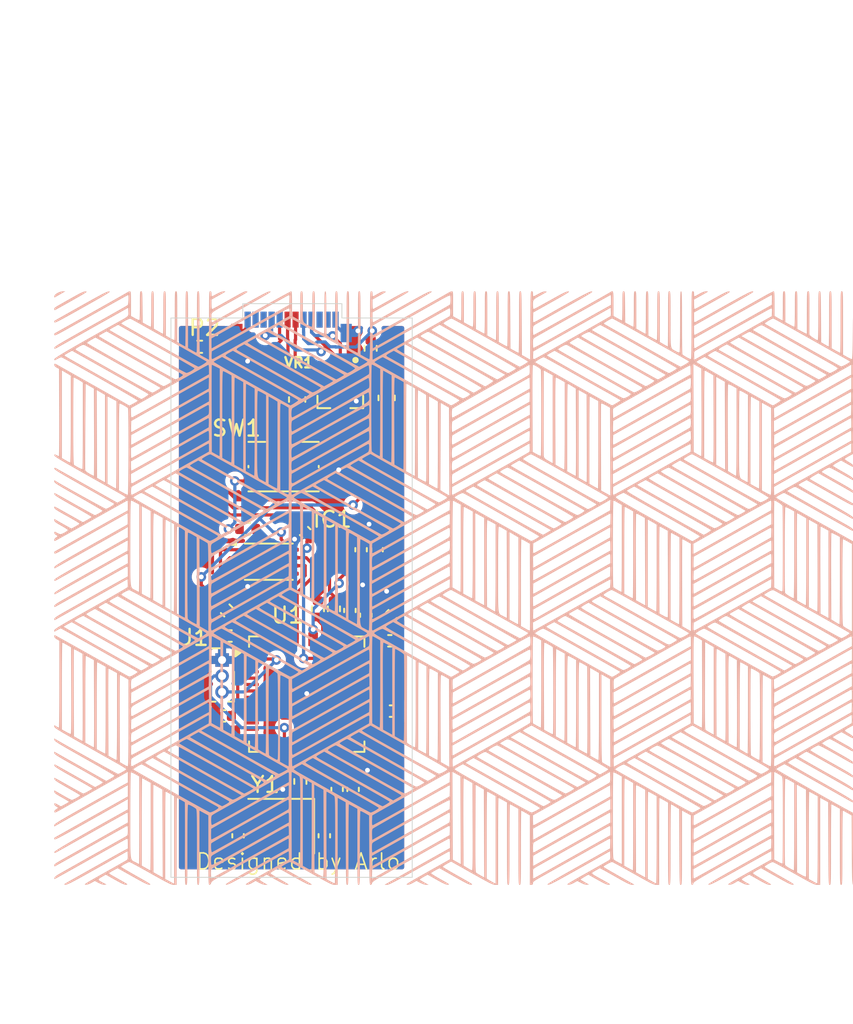
<source format=kicad_pcb>
(kicad_pcb (version 20241229) (generator "pcbnew") (generator_version "9.0")
  (layers (0 "F.Cu" signal) (2 "B.Cu" signal) (13 "F.Paste" user) (15 "B.Paste" user) (5 "F.SilkS" user "F.Silkscreen") (7 "B.SilkS" user "B.Silkscreen") (1 "F.Mask" user) (3 "B.Mask" user) (25 "Edge.Cuts" user))
  (net 0 "")
  (net 1 "GND")
  (net 2 "+3V3")
  (net 3 "+1V1")
  (net 4 "VBUS")
  (net 5 "XIN")
  (net 6 "Net-(C16-Pad2)")
  (net 7 "USB_D-")
  (net 8 "Net-(P2-VCONN)")
  (net 9 "Net-(P2-CC)")
  (net 10 "USB_D+")
  (net 11 "Net-(U1-USB_DP)")
  (net 12 "Net-(U1-USB_DM)")
  (net 13 "XOUT")
  (net 14 "Net-(R6-Pad1)")
  (net 15 "QSPI_SS")
  (net 16 "GPIO15")
  (net 17 "GPIO0")
  (net 18 "QSPI_SD0")
  (net 19 "RUN")
  (net 21 "GPIO7")
  (net 22 "GPIO10")
  (net 23 "GPIO23")
  (net 24 "GPIO12")
  (net 25 "GPIO18")
  (net 26 "GPIO1")
  (net 27 "GPIO2")
  (net 28 "SWD")
  (net 29 "QSPI_SD3")
  (net 30 "GPIO29_ADC3")
  (net 31 "QSPI_SD1")
  (net 32 "GPIO8")
  (net 33 "GPIO28_ADC2")
  (net 34 "GPIO6")
  (net 35 "GPIO3")
  (net 36 "GPIO17")
  (net 37 "GPIO16")
  (net 38 "GPIO14")
  (net 39 "GPIO26_ADC0")
  (net 40 "GPIO21")
  (net 41 "SWCLK")
  (net 42 "GPIO22")
  (net 43 "QSPI_SD2")
  (net 44 "GPIO20")
  (net 45 "GPIO4")
  (net 46 "QSPI_SCLK")
  (net 47 "GPIO5")
  (net 48 "GPIO19")
  (net 49 "GPIO24")
  (net 50 "GPIO13")
  (net 51 "GPIO27_ADC1")
  (net 52 "GPIO11")
  (net 53 "GPIO9")
  (footprint "Package_DFN_QFN:QFN-56-1EP_7x7mm_P0.4mm_EP3.2x3.2mm" (layer "F.Cu") (at 138.2 126.8375)
    (property "Reference" "U1" (at -1.2 -4.9375 0) (layer "F.SilkS"))
    (property "Value" "RP2040")
    (pad "1" smd roundrect (at -3.4375 -2.6) (size 0.875 0.2) (layers "F.Cu" "F.Mask" "F.Paste") (net 2 "+3V3"))
    (pad "2" smd roundrect (at -3.4375 -2.2) (size 0.875 0.2) (layers "F.Cu" "F.Mask" "F.Paste") (net 17 "GPIO0"))
    (pad "3" smd roundrect (at -3.4375 -1.8) (size 0.875 0.2) (layers "F.Cu" "F.Mask" "F.Paste") (net 26 "GPIO1"))
    (pad "4" smd roundrect (at -3.4375 -1.4) (size 0.875 0.2) (layers "F.Cu" "F.Mask" "F.Paste") (net 27 "GPIO2"))
    (pad "5" smd roundrect (at -3.4375 -1) (size 0.875 0.2) (layers "F.Cu" "F.Mask" "F.Paste") (net 35 "GPIO3"))
    (pad "6" smd roundrect (at -3.4375 -0.6) (size 0.875 0.2) (layers "F.Cu" "F.Mask" "F.Paste") (net 45 "GPIO4"))
    (pad "7" smd roundrect (at -3.4375 -0.2) (size 0.875 0.2) (layers "F.Cu" "F.Mask" "F.Paste") (net 47 "GPIO5"))
    (pad "8" smd roundrect (at -3.4375 0.2) (size 0.875 0.2) (layers "F.Cu" "F.Mask" "F.Paste") (net 34 "GPIO6"))
    (pad "9" smd roundrect (at -3.4375 0.6) (size 0.875 0.2) (layers "F.Cu" "F.Mask" "F.Paste") (net 21 "GPIO7"))
    (pad "10" smd roundrect (at -3.4375 1) (size 0.875 0.2) (layers "F.Cu" "F.Mask" "F.Paste") (net 2 "+3V3"))
    (pad "11" smd roundrect (at -3.4375 1.4) (size 0.875 0.2) (layers "F.Cu" "F.Mask" "F.Paste") (net 32 "GPIO8"))
    (pad "12" smd roundrect (at -3.4375 1.8) (size 0.875 0.2) (layers "F.Cu" "F.Mask" "F.Paste") (net 53 "GPIO9"))
    (pad "13" smd roundrect (at -3.4375 2.2) (size 0.875 0.2) (layers "F.Cu" "F.Mask" "F.Paste") (net 22 "GPIO10"))
    (pad "14" smd roundrect (at -3.4375 2.6) (size 0.875 0.2) (layers "F.Cu" "F.Mask" "F.Paste") (net 52 "GPIO11"))
    (pad "15" smd roundrect (at -2.6 3.4375) (size 0.2 0.875) (layers "F.Cu" "F.Mask" "F.Paste") (net 24 "GPIO12"))
    (pad "16" smd roundrect (at -2.2 3.4375) (size 0.2 0.875) (layers "F.Cu" "F.Mask" "F.Paste") (net 50 "GPIO13"))
    (pad "17" smd roundrect (at -1.8 3.4375) (size 0.2 0.875) (layers "F.Cu" "F.Mask" "F.Paste") (net 38 "GPIO14"))
    (pad "18" smd roundrect (at -1.4 3.4375) (size 0.2 0.875) (layers "F.Cu" "F.Mask" "F.Paste") (net 16 "GPIO15"))
    (pad "19" smd roundrect (at -1 3.4375) (size 0.2 0.875) (layers "F.Cu" "F.Mask" "F.Paste") (net 1 "GND"))
    (pad "20" smd roundrect (at -0.6 3.4375) (size 0.2 0.875) (layers "F.Cu" "F.Mask" "F.Paste") (net 5 "XIN"))
    (pad "21" smd roundrect (at -0.2 3.4375) (size 0.2 0.875) (layers "F.Cu" "F.Mask" "F.Paste") (net 13 "XOUT"))
    (pad "22" smd roundrect (at 0.2 3.4375) (size 0.2 0.875) (layers "F.Cu" "F.Mask" "F.Paste") (net 2 "+3V3"))
    (pad "23" smd roundrect (at 0.6 3.4375) (size 0.2 0.875) (layers "F.Cu" "F.Mask" "F.Paste") (net 3 "+1V1"))
    (pad "24" smd roundrect (at 1 3.4375) (size 0.2 0.875) (layers "F.Cu" "F.Mask" "F.Paste") (net 41 "SWCLK"))
    (pad "25" smd roundrect (at 1.4 3.4375) (size 0.2 0.875) (layers "F.Cu" "F.Mask" "F.Paste") (net 28 "SWD"))
    (pad "26" smd roundrect (at 1.8 3.4375) (size 0.2 0.875) (layers "F.Cu" "F.Mask" "F.Paste") (net 19 "RUN"))
    (pad "27" smd roundrect (at 2.2 3.4375) (size 0.2 0.875) (layers "F.Cu" "F.Mask" "F.Paste") (net 37 "GPIO16"))
    (pad "28" smd roundrect (at 2.6 3.4375) (size 0.2 0.875) (layers "F.Cu" "F.Mask" "F.Paste") (net 36 "GPIO17"))
    (pad "29" smd roundrect (at 3.4375 2.6) (size 0.875 0.2) (layers "F.Cu" "F.Mask" "F.Paste") (net 25 "GPIO18"))
    (pad "30" smd roundrect (at 3.4375 2.2) (size 0.875 0.2) (layers "F.Cu" "F.Mask" "F.Paste") (net 48 "GPIO19"))
    (pad "31" smd roundrect (at 3.4375 1.8) (size 0.875 0.2) (layers "F.Cu" "F.Mask" "F.Paste") (net 44 "GPIO20"))
    (pad "32" smd roundrect (at 3.4375 1.4) (size 0.875 0.2) (layers "F.Cu" "F.Mask" "F.Paste") (net 40 "GPIO21"))
    (pad "33" smd roundrect (at 3.4375 1) (size 0.875 0.2) (layers "F.Cu" "F.Mask" "F.Paste") (net 2 "+3V3"))
    (pad "34" smd roundrect (at 3.4375 0.6) (size 0.875 0.2) (layers "F.Cu" "F.Mask" "F.Paste") (net 42 "GPIO22"))
    (pad "35" smd roundrect (at 3.4375 0.2) (size 0.875 0.2) (layers "F.Cu" "F.Mask" "F.Paste") (net 23 "GPIO23"))
    (pad "36" smd roundrect (at 3.4375 -0.2) (size 0.875 0.2) (layers "F.Cu" "F.Mask" "F.Paste") (net 49 "GPIO24"))
    (pad "37" smd roundrect (at 3.4375 -0.6) (size 0.875 0.2) (layers "F.Cu" "F.Mask" "F.Paste"))
    (pad "38" smd roundrect (at 3.4375 -1) (size 0.875 0.2) (layers "F.Cu" "F.Mask" "F.Paste") (net 39 "GPIO26_ADC0"))
    (pad "39" smd roundrect (at 3.4375 -1.4) (size 0.875 0.2) (layers "F.Cu" "F.Mask" "F.Paste") (net 51 "GPIO27_ADC1"))
    (pad "40" smd roundrect (at 3.4375 -1.8) (size 0.875 0.2) (layers "F.Cu" "F.Mask" "F.Paste") (net 33 "GPIO28_ADC2"))
    (pad "41" smd roundrect (at 3.4375 -2.2) (size 0.875 0.2) (layers "F.Cu" "F.Mask" "F.Paste") (net 30 "GPIO29_ADC3"))
    (pad "42" smd roundrect (at 3.4375 -2.6) (size 0.875 0.2) (layers "F.Cu" "F.Mask" "F.Paste") (net 2 "+3V3"))
    (pad "43" smd roundrect (at 2.6 -3.4375) (size 0.2 0.875) (layers "F.Cu" "F.Mask" "F.Paste") (net 2 "+3V3"))
    (pad "44" smd roundrect (at 2.2 -3.4375) (size 0.2 0.875) (layers "F.Cu" "F.Mask" "F.Paste") (net 2 "+3V3"))
    (pad "45" smd roundrect (at 1.8 -3.4375) (size 0.2 0.875) (layers "F.Cu" "F.Mask" "F.Paste") (net 3 "+1V1"))
    (pad "46" smd roundrect (at 1.4 -3.4375) (size 0.2 0.875) (layers "F.Cu" "F.Mask" "F.Paste") (net 12 "Net-(U1-USB_DM)"))
    (pad "47" smd roundrect (at 1 -3.4375) (size 0.2 0.875) (layers "F.Cu" "F.Mask" "F.Paste") (net 11 "Net-(U1-USB_DP)"))
    (pad "48" smd roundrect (at 0.6 -3.4375) (size 0.2 0.875) (layers "F.Cu" "F.Mask" "F.Paste") (net 2 "+3V3"))
    (pad "49" smd roundrect (at 0.2 -3.4375) (size 0.2 0.875) (layers "F.Cu" "F.Mask" "F.Paste") (net 2 "+3V3"))
    (pad "50" smd roundrect (at -0.2 -3.4375) (size 0.2 0.875) (layers "F.Cu" "F.Mask" "F.Paste") (net 3 "+1V1"))
    (pad "51" smd roundrect (at -0.6 -3.4375) (size 0.2 0.875) (layers "F.Cu" "F.Mask" "F.Paste") (net 29 "QSPI_SD3"))
    (pad "52" smd roundrect (at -1 -3.4375) (size 0.2 0.875) (layers "F.Cu" "F.Mask" "F.Paste") (net 46 "QSPI_SCLK"))
    (pad "53" smd roundrect (at -1.4 -3.4375) (size 0.2 0.875) (layers "F.Cu" "F.Mask" "F.Paste") (net 18 "QSPI_SD0"))
    (pad "54" smd roundrect (at -1.8 -3.4375) (size 0.2 0.875) (layers "F.Cu" "F.Mask" "F.Paste") (net 43 "QSPI_SD2"))
    (pad "55" smd roundrect (at -2.2 -3.4375) (size 0.2 0.875) (layers "F.Cu" "F.Mask" "F.Paste") (net 31 "QSPI_SD1"))
    (pad "56" smd roundrect (at -2.6 -3.4375) (size 0.2 0.875) (layers "F.Cu" "F.Mask" "F.Paste") (net 15 "QSPI_SS"))
    (pad "57" smd rect (at 0 0) (size 3.2 3.2) (property pad_prop_heatsink) (layers "F.Cu" "F.Mask") (net 1 "GND"))
  )
  (footprint "Capacitor_SMD:C_0603_1608Metric_Pad1.08x0.95mm_HandSolder" (layer "F.Cu") (at 143.2 108.3 90)
    (property "Reference" "C13" (hide yes))
    (property "Value" "10uF")
    (pad "1" smd roundrect (at -0.862501 0 90) (size 1.075 0.95) (layers "F.Cu" "F.Mask" "F.Paste") (net 4 "VBUS"))
    (pad "2" smd roundrect (at 0.862501 0 90) (size 1.075 0.95) (layers "F.Cu" "F.Mask" "F.Paste") (net 1 "GND"))
  )
  (footprint "Capacitor_SMD:C_0603_1608Metric_Pad1.08x0.95mm_HandSolder" (layer "F.Cu") (at 137.6 108.4 90)
    (property "Reference" "C14" (hide yes))
    (property "Value" "10uF")
    (pad "1" smd roundrect (at -0.862501 0 90) (size 1.075 0.95) (layers "F.Cu" "F.Mask" "F.Paste") (net 2 "+3V3"))
    (pad "2" smd roundrect (at 0.862501 0 90) (size 1.075 0.95) (layers "F.Cu" "F.Mask" "F.Paste") (net 1 "GND"))
  )
  (footprint "Capacitor_SMD:C_0402_1005Metric" (layer "F.Cu") (at 143.5 127.9)
    (property "Reference" "C3" (hide yes))
    (property "Value" "0.1uF")
    (pad "1" smd roundrect (at -0.48 0) (size 0.56 0.62) (layers "F.Cu" "F.Mask" "F.Paste") (net 2 "+3V3"))
    (pad "2" smd roundrect (at 0.48 0) (size 0.56 0.62) (layers "F.Cu" "F.Mask" "F.Paste") (net 1 "GND"))
  )
  (footprint "Capacitor_SMD:C_0402_1005Metric" (layer "F.Cu") (at 140.9 121.6 90)
    (property "Reference" "C11" (hide yes))
    (property "Value" "0.1uF")
    (pad "1" smd roundrect (at -0.48 0 90) (size 0.56 0.62) (layers "F.Cu" "F.Mask" "F.Paste") (net 3 "+1V1"))
    (pad "2" smd roundrect (at 0.48 0 90) (size 0.56 0.62) (layers "F.Cu" "F.Mask" "F.Paste") (net 1 "GND"))
  )
  (footprint "Capacitor_SMD:C_0402_1005Metric" (layer "F.Cu") (at 138.1 116.7 135)
    (property "Reference" "C12" (hide yes))
    (property "Value" "1uF")
    (pad "1" smd roundrect (at -0.48 0 135) (size 0.56 0.62) (layers "F.Cu" "F.Mask" "F.Paste") (net 3 "+1V1"))
    (pad "2" smd roundrect (at 0.48 0 135) (size 0.56 0.62) (layers "F.Cu" "F.Mask" "F.Paste") (net 1 "GND"))
  )
  (footprint "Resistor_SMD:R_0402_1005Metric" (layer "F.Cu") (at 138.9 121.5 -90)
    (property "Reference" "R3" (hide yes))
    (property "Value" "27")
    (pad "1" smd roundrect (at -0.509999 0 270) (size 0.54 0.64) (layers "F.Cu" "F.Mask" "F.Paste") (net 10 "USB_D+"))
    (pad "2" smd roundrect (at 0.509999 0 270) (size 0.54 0.64) (layers "F.Cu" "F.Mask" "F.Paste") (net 11 "Net-(U1-USB_DP)"))
  )
  (footprint "Connector_USB:USB_C_Plug_Molex_105444" (layer "F.Cu") (at 137.25 103.36)
    (property "Reference" "P2" (at -5.45 0.54 0) (layer "F.SilkS"))
    (property "Value" "USB_C_Plug_USB2.0")
    (pad "A1" smd rect (at -2.75 0.04) (size 0.38 1) (layers "F.Cu" "F.Mask" "F.Paste") (net 1 "GND"))
    (pad "A2" smd rect (at -2.25 0.04) (size 0.38 1) (layers "F.Cu" "F.Mask" "F.Paste"))
    (pad "A3" smd rect (at -1.75 0.04) (size 0.38 1) (layers "F.Cu" "F.Mask" "F.Paste"))
    (pad "A4" smd rect (at -1.25 0.04) (size 0.38 1) (layers "F.Cu" "F.Mask" "F.Paste") (net 4 "VBUS"))
    (pad "A5" smd rect (at -0.75 0.04) (size 0.38 1) (layers "F.Cu" "F.Mask" "F.Paste") (net 9 "Net-(P2-CC)"))
    (pad "A6" smd rect (at -0.25 0.04) (size 0.38 1) (layers "F.Cu" "F.Mask" "F.Paste") (net 10 "USB_D+"))
    (pad "A7" smd rect (at 0.25 0.04) (size 0.38 1) (layers "F.Cu" "F.Mask" "F.Paste") (net 7 "USB_D-"))
    (pad "A8" smd rect (at 0.75 0.04) (size 0.38 1) (layers "F.Cu" "F.Mask" "F.Paste"))
    (pad "A9" smd rect (at 1.25 0.04) (size 0.38 1) (layers "F.Cu" "F.Mask" "F.Paste") (net 4 "VBUS"))
    (pad "A10" smd rect (at 1.75 0.04) (size 0.38 1) (layers "F.Cu" "F.Mask" "F.Paste"))
    (pad "A11" smd rect (at 2.25 0.04) (size 0.38 1) (layers "F.Cu" "F.Mask" "F.Paste"))
    (pad "A12" smd rect (at 2.75 0.04) (size 0.38 1) (layers "F.Cu" "F.Mask" "F.Paste") (net 1 "GND"))
    (pad "B1" smd rect (at 2.75 0.04) (size 0.38 1) (layers "B.Cu" "B.Mask" "B.Paste") (net 1 "GND"))
    (pad "B2" smd rect (at 2.25 0.04) (size 0.38 1) (layers "B.Cu" "B.Mask" "B.Paste"))
    (pad "B3" smd rect (at 1.75 0.04) (size 0.38 1) (layers "B.Cu" "B.Mask" "B.Paste"))
    (pad "B4" smd rect (at 1.25 0.04) (size 0.38 1) (layers "B.Cu" "B.Mask" "B.Paste") (net 4 "VBUS"))
    (pad "B5" smd rect (at 0.75 0.04) (size 0.38 1) (layers "B.Cu" "B.Mask" "B.Paste") (net 8 "Net-(P2-VCONN)"))
    (pad "B8" smd rect (at -0.75 0.04) (size 0.38 1) (layers "B.Cu" "B.Mask" "B.Paste"))
    (pad "B9" smd rect (at -1.25 0.04) (size 0.38 1) (layers "B.Cu" "B.Mask" "B.Paste") (net 4 "VBUS"))
    (pad "B10" smd rect (at -1.75 0.04) (size 0.38 1) (layers "B.Cu" "B.Mask" "B.Paste"))
    (pad "B11" smd rect (at -2.25 0.04) (size 0.38 1) (layers "B.Cu" "B.Mask" "B.Paste"))
    (pad "B12" smd rect (at -2.75 0.04) (size 0.38 1) (layers "B.Cu" "B.Mask" "B.Paste") (net 1 "GND"))
    (pad "S1" smd rect (at -3.42 0.88) (size 0.7 1.15) (layers "F.Cu" "F.Mask" "F.Paste") (net 1 "GND"))
    (pad "S1" smd rect (at 3.42 0.88) (size 0.7 1.15) (layers "B.Cu" "B.Mask" "B.Paste") (net 1 "GND"))
  )
  (footprint "Resistor_SMD:R_0402_1005Metric" (layer "F.Cu") (at 134.5 116.5)
    (property "Reference" "R6" (hide yes))
    (property "Value" "1K")
    (pad "1" smd roundrect (at -0.509999 0) (size 0.54 0.64) (layers "F.Cu" "F.Mask" "F.Paste") (net 14 "Net-(R6-Pad1)"))
    (pad "2" smd roundrect (at 0.509999 0) (size 0.54 0.64) (layers "F.Cu" "F.Mask" "F.Paste") (net 15 "QSPI_SS"))
  )
  (footprint "Capacitor_SMD:C_0402_1005Metric" (layer "F.Cu") (at 143.4 123.5)
    (property "Reference" "C2" (hide yes))
    (property "Value" "0.1uF")
    (pad "1" smd roundrect (at -0.48 0) (size 0.56 0.62) (layers "F.Cu" "F.Mask" "F.Paste") (net 2 "+3V3"))
    (pad "2" smd roundrect (at 0.48 0) (size 0.56 0.62) (layers "F.Cu" "F.Mask" "F.Paste") (net 1 "GND"))
  )
  (footprint "Resistor_SMD:R_0402_1005Metric" (layer "F.Cu") (at 139.9 121.5 -90)
    (property "Reference" "R4" (hide yes))
    (property "Value" "27")
    (pad "1" smd roundrect (at -0.509999 0 270) (size 0.54 0.64) (layers "F.Cu" "F.Mask" "F.Paste") (net 7 "USB_D-"))
    (pad "2" smd roundrect (at 0.509999 0 270) (size 0.54 0.64) (layers "F.Cu" "F.Mask" "F.Paste") (net 12 "Net-(U1-USB_DM)"))
  )
  (footprint "Capacitor_SMD:C_0402_1005Metric" (layer "F.Cu") (at 141.9 121.9 90)
    (property "Reference" "C9" (hide yes))
    (property "Value" "1uF")
    (pad "1" smd roundrect (at -0.48 0 90) (size 0.56 0.62) (layers "F.Cu" "F.Mask" "F.Paste") (net 2 "+3V3"))
    (pad "2" smd roundrect (at 0.48 0 90) (size 0.56 0.62) (layers "F.Cu" "F.Mask" "F.Paste") (net 1 "GND"))
  )
  (footprint "Crystal:Crystal_SMD_3225-4Pin_3.2x2.5mm" (layer "F.Cu") (at 136.6 135.1 180)
    (property "Reference" "Y1" (at 1 2.6 0) (layer "F.SilkS"))
    (property "Value" "12 MHz")
    (pad "1" smd roundrect (at -1.1 0.85 180) (size 1.4 1.2) (layers "F.Cu" "F.Mask" "F.Paste") (roundrect_rratio 0.208333) (net 1 "GND"))
    (pad "2" smd roundrect (at 1.1 0.85 180) (size 1.4 1.2) (layers "F.Cu" "F.Mask" "F.Paste") (roundrect_rratio 0.208333) (net 5 "XIN"))
    (pad "3" smd roundrect (at 1.1 -0.85 180) (size 1.4 1.2) (layers "F.Cu" "F.Mask" "F.Paste") (roundrect_rratio 0.208333) (net 1 "GND"))
    (pad "4" smd roundrect (at -1.1 -0.85 180) (size 1.4 1.2) (layers "F.Cu" "F.Mask" "F.Paste") (roundrect_rratio 0.208333) (net 6 "Net-(C16-Pad2)"))
  )
  (footprint "Resistor_SMD:R_0402_1005Metric" (layer "F.Cu") (at 131.5 105.1 180)
    (property "Reference" "R1" (hide yes))
    (property "Value" "5.1K")
    (pad "1" smd roundrect (at -0.509999 0 180) (size 0.54 0.64) (layers "F.Cu" "F.Mask" "F.Paste") (net 9 "Net-(P2-CC)"))
    (pad "2" smd roundrect (at 0.509999 0 180) (size 0.54 0.64) (layers "F.Cu" "F.Mask" "F.Paste") (net 1 "GND"))
  )
  (footprint "Connector_PinHeader_1.00mm:PinHeader_1x03_P1.00mm_Vertical" (layer "F.Cu") (at 132.9 124.7)
    (property "Reference" "J1" (at -1.7 -1.4 0) (layer "F.SilkS"))
    (property "Value" "Conn_01x03")
    (pad "1" thru_hole rect (at 0 0) (size 0.85 0.85) (drill 0.5) (layers "*.Cu" "*.Mask") (net 1 "GND"))
    (pad "2" thru_hole circle (at 0 1) (size 0.85 0.85) (drill 0.5) (layers "*.Cu" "*.Mask") (net 16 "GPIO15"))
    (pad "3" thru_hole circle (at 0 2.000001) (size 0.85 0.85) (drill 0.5) (layers "*.Cu" "*.Mask") (net 17 "GPIO0"))
  )
  (footprint "MPC:SOT95P237X112-3N" (layer "F.Cu") (at 140.3 108.3 -90)
    (property "Reference" "VR1" (at -2.2 2.6 180) (layer "F.SilkS") (effects (font (size 0.64 0.64))))
    (property "Value" "MCP1700T-3302E_TT")
    (pad "1" smd roundrect (at -1.065 -0.95 270) (size 1.22 0.62) (layers "F.Cu" "F.Mask" "F.Paste") (roundrect_rratio 0.125) (net 1 "GND"))
    (pad "2" smd roundrect (at -1.065 0.95 270) (size 1.22 0.62) (layers "F.Cu" "F.Mask" "F.Paste") (roundrect_rratio 0.125) (net 2 "+3V3"))
    (pad "3" smd roundrect (at 1.065 0 270) (size 1.22 0.62) (layers "F.Cu" "F.Mask" "F.Paste") (roundrect_rratio 0.125) (net 4 "VBUS"))
  )
  (footprint "flash13:Winbond_USON-8-1EP_3x2mm_P0.5mm_EP0.2x1.6mm" (layer "F.Cu") (at 135.825 118.55)
    (property "Reference" "IC1" (at 3.975 -2.65 0) (layer "F.SilkS"))
    (property "Value" "W25Q16JVZPIQ_TR")
    (pad "1" smd roundrect (at -1.425 -0.75) (size 0.9 0.25) (layers "F.Cu" "F.Mask" "F.Paste") (net 15 "QSPI_SS"))
    (pad "2" smd roundrect (at -1.425 -0.25) (size 0.9 0.25) (layers "F.Cu" "F.Mask" "F.Paste") (net 31 "QSPI_SD1"))
    (pad "3" smd roundrect (at -1.425 0.25) (size 0.9 0.25) (layers "F.Cu" "F.Mask" "F.Paste") (net 43 "QSPI_SD2"))
    (pad "4" smd roundrect (at -1.425 0.75) (size 0.9 0.25) (layers "F.Cu" "F.Mask" "F.Paste") (net 1 "GND"))
    (pad "5" smd roundrect (at 1.425 0.75) (size 0.9 0.25) (layers "F.Cu" "F.Mask" "F.Paste") (net 18 "QSPI_SD0"))
    (pad "6" smd roundrect (at 1.425 0.25) (size 0.9 0.25) (layers "F.Cu" "F.Mask" "F.Paste") (net 46 "QSPI_SCLK"))
    (pad "7" smd roundrect (at 1.425 -0.25) (size 0.9 0.25) (layers "F.Cu" "F.Mask" "F.Paste") (net 29 "QSPI_SD3"))
    (pad "8" smd roundrect (at 1.425 -0.75) (size 0.9 0.25) (layers "F.Cu" "F.Mask" "F.Paste") (net 2 "+3V3"))
    (pad "9" smd rect (at 0 0) (size 0.2 1.6) (property pad_prop_heatsink) (layers "F.Cu" "F.Mask"))
  )
  (footprint "Capacitor_SMD:C_0402_1005Metric" (layer "F.Cu") (at 133 128.2 180)
    (property "Reference" "C4" (hide yes))
    (property "Value" "0.1uF")
    (pad "1" smd roundrect (at -0.48 0 180) (size 0.56 0.62) (layers "F.Cu" "F.Mask" "F.Paste") (net 2 "+3V3"))
    (pad "2" smd roundrect (at 0.48 0 180) (size 0.56 0.62) (layers "F.Cu" "F.Mask" "F.Paste") (net 1 "GND"))
  )
  (footprint "Resistor_SMD:R_0402_1005Metric" (layer "F.Cu") (at 133.2 121.6 135)
    (property "Reference" "R7" (hide yes))
    (property "Value" "10K")
    (pad "1" smd roundrect (at -0.509999 0 135) (size 0.54 0.64) (layers "F.Cu" "F.Mask" "F.Paste") (net 15 "QSPI_SS"))
    (pad "2" smd roundrect (at 0.509999 0 135) (size 0.54 0.64) (layers "F.Cu" "F.Mask" "F.Paste") (net 2 "+3V3"))
  )
  (footprint "Capacitor_SMD:C_0402_1005Metric" (layer "F.Cu") (at 143.5 121.9 45)
    (property "Reference" "C6" (hide yes))
    (property "Value" "0.1uF")
    (pad "1" smd roundrect (at -0.48 0 45) (size 0.56 0.62) (layers "F.Cu" "F.Mask" "F.Paste") (net 2 "+3V3"))
    (pad "2" smd roundrect (at 0.48 0 45) (size 0.56 0.62) (layers "F.Cu" "F.Mask" "F.Paste") (net 1 "GND"))
  )
  (footprint "Capacitor_SMD:C_0402_1005Metric" (layer "F.Cu") (at 139.3 135.7 -90)
    (property "Reference" "C16" (hide yes))
    (property "Value" "15pF")
    (pad "1" smd roundrect (at -0.48 0 270) (size 0.56 0.62) (layers "F.Cu" "F.Mask" "F.Paste") (net 1 "GND"))
    (pad "2" smd roundrect (at 0.48 0 270) (size 0.56 0.62) (layers "F.Cu" "F.Mask" "F.Paste") (net 6 "Net-(C16-Pad2)"))
  )
  (footprint "Capacitor_SMD:C_0402_1005Metric" (layer "F.Cu") (at 133.4 123.2 180)
    (property "Reference" "C8" (hide yes))
    (property "Value" "0.1uF")
    (pad "1" smd roundrect (at -0.48 0 180) (size 0.56 0.62) (layers "F.Cu" "F.Mask" "F.Paste") (net 2 "+3V3"))
    (pad "2" smd roundrect (at 0.48 0 180) (size 0.56 0.62) (layers "F.Cu" "F.Mask" "F.Paste") (net 1 "GND"))
  )
  (footprint "Capacitor_SMD:C_0402_1005Metric" (layer "F.Cu") (at 133.9 135.7 90)
    (property "Reference" "C15" (hide yes))
    (property "Value" "15pF")
    (pad "1" smd roundrect (at -0.48 0 90) (size 0.56 0.62) (layers "F.Cu" "F.Mask" "F.Paste") (net 1 "GND"))
    (pad "2" smd roundrect (at 0.48 0 90) (size 0.56 0.62) (layers "F.Cu" "F.Mask" "F.Paste") (net 5 "XIN"))
  )
  (footprint "Capacitor_SMD:C_0402_1005Metric" (layer "F.Cu") (at 141.6 117.8 90)
    (property "Reference" "C7" (hide yes))
    (property "Value" "0.1uF")
    (pad "1" smd roundrect (at -0.48 0 90) (size 0.56 0.62) (layers "F.Cu" "F.Mask" "F.Paste") (net 2 "+3V3"))
    (pad "2" smd roundrect (at 0.48 0 90) (size 0.56 0.62) (layers "F.Cu" "F.Mask" "F.Paste") (net 1 "GND"))
  )
  (footprint "Resistor_SMD:R_0402_1005Metric" (layer "F.Cu") (at 142.2 105.2 -90)
    (property "Reference" "R2" (hide yes))
    (property "Value" "5.1K")
    (pad "1" smd roundrect (at -0.509999 0 270) (size 0.54 0.64) (layers "F.Cu" "F.Mask" "F.Paste") (net 8 "Net-(P2-VCONN)"))
    (pad "2" smd roundrect (at 0.509999 0 270) (size 0.54 0.64) (layers "F.Cu" "F.Mask" "F.Paste") (net 1 "GND"))
  )
  (footprint "Resistor_SMD:R_0402_1005Metric" (layer "F.Cu") (at 137.8 132.3 90)
    (property "Reference" "R5" (hide yes))
    (property "Value" "1K")
    (pad "1" smd roundrect (at -0.509999 0 90) (size 0.54 0.64) (layers "F.Cu" "F.Mask" "F.Paste") (net 6 "Net-(C16-Pad2)"))
    (pad "2" smd roundrect (at 0.509999 0 90) (size 0.54 0.64) (layers "F.Cu" "F.Mask" "F.Paste") (net 13 "XOUT"))
  )
  (footprint "Capacitor_SMD:C_0402_1005Metric" (layer "F.Cu") (at 140.1 132.8 -90)
    (property "Reference" "C5" (hide yes))
    (property "Value" "0.1uF")
    (pad "1" smd roundrect (at -0.48 0 270) (size 0.56 0.62) (layers "F.Cu" "F.Mask" "F.Paste") (net 2 "+3V3"))
    (pad "2" smd roundrect (at 0.48 0 270) (size 0.56 0.62) (layers "F.Cu" "F.Mask" "F.Paste") (net 1 "GND"))
  )
  (footprint "Capacitor_SMD:C_0402_1005Metric" (layer "F.Cu") (at 142.6 117.8 90)
    (property "Reference" "C1" (hide yes))
    (property "Value" "0.1uF")
    (pad "1" smd roundrect (at -0.48 0 90) (size 0.56 0.62) (layers "F.Cu" "F.Mask" "F.Paste") (net 2 "+3V3"))
    (pad "2" smd roundrect (at 0.48 0 90) (size 0.56 0.62) (layers "F.Cu" "F.Mask" "F.Paste") (net 1 "GND"))
  )
  (footprint "Button_Switch_SMD:SW_Push_1P1T-SH_NO_CK_KMR2xxG" (layer "F.Cu") (at 136.75 112.6)
    (property "Reference" "SW1" (at -2.95 -2.4 0) (layer "F.SilkS"))
    (property "Value" "SW_Push")
    (pad "1" smd rect (at -2.05 -0.8) (size 0.9 1) (layers "F.Cu" "F.Mask" "F.Paste") (net 1 "GND"))
    (pad "1" smd rect (at 2.05 -0.8) (size 0.9 1) (layers "F.Cu" "F.Mask" "F.Paste") (net 1 "GND"))
    (pad "2" smd rect (at -2.05 0.8) (size 0.9 1) (layers "F.Cu" "F.Mask" "F.Paste") (net 14 "Net-(R6-Pad1)"))
    (pad "2" smd rect (at 2.05 0.8) (size 0.9 1) (layers "F.Cu" "F.Mask" "F.Paste") (net 14 "Net-(R6-Pad1)"))
    (pad "SH" smd rect (at 0 -1.425) (size 1.7 0.55) (layers "F.Cu" "F.Mask" "F.Paste"))
  )
  (footprint "Capacitor_SMD:C_0402_1005Metric" (layer "F.Cu") (at 141.1 132.8 -90)
    (property "Reference" "C10" (hide yes))
    (property "Value" "0.1uF")
    (pad "1" smd roundrect (at -0.48 0 270) (size 0.56 0.62) (layers "F.Cu" "F.Mask" "F.Paste") (net 3 "+1V1"))
    (pad "2" smd roundrect (at 0.48 0 270) (size 0.56 0.62) (layers "F.Cu" "F.Mask" "F.Paste") (net 1 "GND"))
  )
  (footprint "flash13:hex" (layer "B.Cu") (at 147.4 120.2 180)
    (property "Reference" "G***" (hide yes))
    (property "Value" "LOGO" (hide yes))
  )
  (gr_line (start 129.7 138.3) (end 144.8 138.3) (stroke (width 0.05)) (layer "Edge.Cuts"))
  (gr_line (start 144.8 138.3) (end 144.8 103.3) (stroke (width 0.05)) (layer "Edge.Cuts"))
  (gr_line (start 134.2 102.4) (end 134.2 103.3) (stroke (width 0.05)) (layer "Edge.Cuts"))
  (gr_line (start 141.6 103.3) (end 140.4 103.3) (stroke (width 0.05)) (layer "Edge.Cuts"))
  (gr_line (start 144.8 103.3) (end 141.6 103.3) (stroke (width 0.05)) (layer "Edge.Cuts"))
  (gr_line (start 133 103.3) (end 129.7 103.3) (stroke (width 0.05)) (layer "Edge.Cuts"))
  (gr_line (start 140.4 103.3) (end 140.4 102.4) (stroke (width 0.05)) (layer "Edge.Cuts"))
  (gr_line (start 134.2 103.3) (end 133 103.3) (stroke (width 0.05)) (layer "Edge.Cuts"))
  (gr_line (start 129.7 103.3) (end 129.7 138.3) (stroke (width 0.05)) (layer "Edge.Cuts"))
  (gr_line (start 140.4 102.4) (end 134.2 102.4) (stroke (width 0.05)) (layer "Edge.Cuts"))
  (gr_text "Designed by Arlo" (at 131.2 137.9 0) (layer "F.SilkS") (effects (font (size 1 1) (thickness 0.1)) (justify left bottom)))
  (segment (start 137.6 107.537499) (end 134.7 110.437499) (width 0.2) (layer "F.Cu") (net 1))
  (segment (start 137.7 134.25) (end 138.67 135.22) (width 0.2) (layer "F.Cu") (net 1))
  (segment (start 143.839411 121.560589) (end 143.839411 123.459411) (width 0.2) (layer "F.Cu") (net 1))
  (segment (start 136 135.95) (end 137.7 134.25) (width 0.2) (layer "F.Cu") (net 1))
  (segment (start 143.839411 121.560589) (end 143.839411 121.039411) (width 0.2) (layer "F.Cu") (net 1))
  (segment (start 137.2 130.275) (end 137.2 129.587445) (width 0.2) (layer "F.Cu") (net 1))
  (segment (start 141.25 106.659999) (end 142.2 105.709999) (width 0.2) (layer "F.Cu") (net 1))
  (segment (start 134.5 120.1) (end 134.5 119.4) (width 0.2) (layer "F.Cu") (net 1))
  (segment (start 142.1 116.82) (end 141.6 117.32) (width 0.2) (layer "F.Cu") (net 1))
  (segment (start 137.760589 116.814411) (end 137.436765 117.138235) (width 0.2) (layer "F.Cu") (net 1))
  (segment (start 137.760589 116.360589) (end 137.760589 116.814411) (width 0.2) (layer "F.Cu") (net 1))
  (segment (start 143.839411 123.459411) (end 143.88 123.5) (width 0.2) (layer "F.Cu") (net 1))
  (segment (start 138.67 135.22) (end 139.3 135.22) (width 0.2) (layer "F.Cu") (net 1))
  (segment (start 142.1 116.82) (end 142.6 117.32) (width 0.2) (layer "F.Cu") (net 1))
  (segment (start 141.7 120) (end 141.7 121.22) (width 0.2) (layer "F.Cu") (net 1))
  (segment (start 137.7 133.8) (end 136.7 132.8) (width 0.2) (layer "F.Cu") (net 1))
  (segment (start 135.5 135.95) (end 136 135.95) (width 0.2) (layer "F.Cu") (net 1))
  (segment (start 134.109942 104.24) (end 134.509 103.840942) (width 0.2) (layer "F.Cu") (net 1))
  (segment (start 138.2 128.587445) (end 138.2 126.8375) (width 0.2) (layer "F.Cu") (net 1))
  (segment (start 141.2 121.42) (end 140.9 121.12) (width 0.2) (layer "F.Cu") (net 1))
  (segment (start 138.8 111.8) (end 139.2 111.8) (width 0.2) (layer "F.Cu") (net 1))
  (segment (start 134.7 110.437499) (end 134.7 111.8) (width 0.2) (layer "F.Cu") (net 1))
  (segment (start 141.3 108.5) (end 141.3 107.285) (width 0.2) (layer "F.Cu") (net 1))
  (segment (start 141.25 107.235) (end 141.25 106.659999) (width 0.2) (layer "F.Cu") (net 1))
  (segment (start 138.2 126.8375) (end 138.2 126.8) (width 0.2) (layer "F.Cu") (net 1))
  (segment (start 139.2 111.8) (end 140.2 112.8) (width 0.2) (layer "F.Cu") (net 1))
  (segment (start 138.8 111.8) (end 134.7 111.8) (width 0.2) (layer "F.Cu") (net 1))
  (segment (start 137.2 129.587445) (end 138.2 128.587445) (width 0.2) (layer "F.Cu") (net 1))
  (segment (start 142 131.6) (end 142 132.38) (width 0.2) (layer "F.Cu") (net 1))
  (segment (start 143.839411 121.039411) (end 143.2 120.4) (width 0.2) (layer "F.Cu") (net 1))
  (segment (start 134.5 119.4) (end 134.4 119.3) (width 0.2) (layer "F.Cu") (net 1))
  (segment (start 137.7 134.25) (end 137.7 133.8) (width 0.2) (layer "F.Cu") (net 1))
  (segment (start 141.960057 105.709999) (end 139.991 103.740942) (width 0.2) (layer "F.Cu") (net 1))
  (segment (start 141.3 107.285) (end 141.25 107.235) (width 0.2) (layer "F.Cu") (net 1))
  (segment (start 133.83 104.24) (end 134.109942 104.24) (width 0.2) (layer "F.Cu") (net 1))
  (segment (start 141.7 121.22) (end 141.9 121.42) (width 0.2) (layer "F.Cu") (net 1))
  (segment (start 142.2 105.709999) (end 141.960057 105.709999) (width 0.2) (layer "F.Cu") (net 1))
  (segment (start 142 132.38) (end 141.1 133.28) (width 0.2) (layer "F.Cu") (net 1))
  (segment (start 141.1 133.28) (end 140.1 133.28) (width 0.2) (layer "F.Cu") (net 1))
  (segment (start 142.1 116.2) (end 142.1 116.82) (width 0.2) (layer "F.Cu") (net 1))
  (segment (start 141.9 121.42) (end 141.2 121.42) (width 0.2) (layer "F.Cu") (net 1))
  (via (at 140.2 112.8) (size 0.6) (drill 0.3) (layers "F.Cu" "B.Cu") (net 1))
  (via (at 134.5 120.1) (size 0.6) (drill 0.3) (layers "F.Cu" "B.Cu") (net 1))
  (via (at 143.2 120.4) (size 0.6) (drill 0.3) (layers "F.Cu" "B.Cu") (net 1))
  (via (at 138.2 126.8) (size 0.6) (drill 0.3) (layers "F.Cu" "B.Cu") (net 1))
  (via (at 141.4 104.1) (size 0.6) (drill 0.3) (layers "F.Cu" "B.Cu") (net 1))
  (via (at 137.436765 117.138235) (size 0.6) (drill 0.3) (layers "F.Cu" "B.Cu") (net 1))
  (via (at 136.7 132.8) (size 0.6) (drill 0.3) (layers "F.Cu" "B.Cu") (net 1))
  (via (at 141.7 120) (size 0.6) (drill 0.3) (layers "F.Cu" "B.Cu") (net 1))
  (via (at 141.3 108.5) (size 0.6) (drill 0.3) (layers "F.Cu" "B.Cu") (net 1))
  (via (at 134.5 106) (size 0.6) (drill 0.3) (layers "F.Cu" "B.Cu") (net 1))
  (via (at 142.1 116.2) (size 0.6) (drill 0.3) (layers "F.Cu" "B.Cu") (net 1))
  (via (at 142 131.6) (size 0.6) (drill 0.3) (layers "F.Cu" "B.Cu") (net 1))
  (segment (start 142.1 116.2) (end 138.375 116.2) (width 0.2) (layer "B.Cu") (net 1))
  (segment (start 138.2 126.8) (end 138.2 127.8) (width 0.2) (layer "B.Cu") (net 1))
  (segment (start 134.5 103.849942) (end 134.509 103.840942) (width 0.2) (layer "B.Cu") (net 1))
  (segment (start 137.9 131.6) (end 142 131.6) (width 0.2) (layer "B.Cu") (net 1))
  (segment (start 138.375 116.2) (end 137.436765 117.138235) (width 0.2) (layer "B.Cu") (net 1))
  (segment (start 138.2 127.8) (end 142 131.6) (width 0.2) (layer "B.Cu") (net 1))
  (segment (start 140.67 104.24) (end 140.490058 104.24) (width 0.2) (layer "B.Cu") (net 1))
  (segment (start 142.1 120.4) (end 141.7 120) (width 0.2) (layer "B.Cu") (net 1))
  (segment (start 134.5 106) (end 134.5 103.849942) (width 0.2) (layer "B.Cu") (net 1))
  (segment (start 140.81 104.1) (end 140.67 104.24) (width 0.2) (layer "B.Cu") (net 1))
  (segment (start 140.490058 104.24) (end 139.991 103.740942) (width 0.2) (layer "B.Cu") (net 1))
  (segment (start 141.4 104.1) (end 140.81 104.1) (width 0.2) (layer "B.Cu") (net 1))
  (segment (start 136.7 132.8) (end 137.9 131.6) (width 0.2) (layer "B.Cu") (net 1))
  (segment (start 143.2 120.4) (end 142.1 120.4) (width 0.2) (layer "B.Cu") (net 1))
  (segment (start 139.74345 133.861) (end 139.489 133.60655) (width 0.2) (layer "F.Cu") (net 2))
  (segment (start 133.88 123.2) (end 133.88 127.6) (width 0.2) (layer "F.Cu") (net 2))
  (segment (start 139.35 107.235) (end 137.6 108.985) (width 0.2) (layer "F.Cu") (net 2))
  (segment (start 141.6 118.28) (end 140.225 119.655) (width 0.2) (layer "F.Cu") (net 2))
  (segment (start 131.6 120) (end 132.839376 121.239376) (width 0.2) (layer "F.Cu") (net 2))
  (segment (start 142.92 122.48) (end 143.160589 122.239411) (width 0.2) (layer "F.Cu") (net 2))
  (segment (start 139.52 132.32) (end 140.1 132.32) (width 0.2) (layer "F.Cu") (net 2))
  (segment (start 136.6 117.15) (end 137.25 117.8) (width 0.2) (layer "F.Cu") (net 2))
  (segment (start 138.4 131.2) (end 139.52 132.32) (width 0.2) (layer "F.Cu") (net 2))
  (segment (start 143.211 117.669) (end 142.6 118.28) (width 0.2) (layer "F.Cu") (net 2))
  (segment (start 142.20625 113.39375) (end 142.20625 113.89375) (width 0.2) (layer "F.Cu") (net 2))
  (segment (start 138.4 130.275) (end 138.4 131.2) (width 0.2) (layer "F.Cu") (net 2))
  (segment (start 141.45655 133.861) (end 139.74345 133.861) (width 0.2) (layer "F.Cu") (net 2))
  (segment (start 142.040589 122.239411) (end 141.9 122.38) (width 0.2) (layer "F.Cu") (net 2))
  (segment (start 139.489 133.60655) (end 139.489 132.931) (width 0.2) (layer "F.Cu") (net 2))
  (segment (start 143.02 127.88) (end 142.92 127.78) (width 0.2) (layer "F.Cu") (net 2))
  (segment (start 138.075 109.262501) (end 142.20625 113.39375) (width 0.2) (layer "F.Cu") (net 2))
  (segment (start 142.20625 113.39375) (end 143.211 114.398501) (width 0.2) (layer "F.Cu") (net 2))
  (segment (start 140.8 123.4) (end 140.4 123.4) (width 0.2) (layer "F.Cu") (net 2))
  (segment (start 142.92 123.5) (end 142.92 122.48) (width 0.2) (layer "F.Cu") (net 2))
  (segment (start 138.6 122.793873) (end 138.6 123.2) (width 0.2) (layer "F.Cu") (net 2))
  (segment (start 136.6 116.7) (end 136.6 117.15) (width 0.2) (layer "F.Cu") (net 2))
  (segment (start 141.9 122.38) (end 141.82 122.38) (width 0.2) (layer "F.Cu") (net 2))
  (segment (start 142.1825 124.2375) (end 142.92 123.5) (width 0.2) (layer "F.Cu") (net 2))
  (segment (start 133.88 123.2) (end 132.839376 122.159376) (width 0.2) (layer "F.Cu") (net 2))
  (segment (start 143.211 114.398501) (end 143.211 117.669) (width 0.2) (layer "F.Cu") (net 2))
  (segment (start 133.6425 127.8375) (end 133.6425 128.0375) (width 0.2) (layer "F.Cu") (net 2))
  (segment (start 133.88 127.6) (end 133.58 127.9) (width 0.2) (layer "F.Cu") (net 2))
  (segment (start 143.02 127.9) (end 143.02 132.29755) (width 0.2) (layer "F.Cu") (net 2))
  (segment (start 142.6 121.678822) (end 143.160589 122.239411) (width 0.2) (layer "F.Cu") (net 2))
  (segment (start 141.82 122.38) (end 140.8 123.4) (width 0.2) (layer "F.Cu") (net 2))
  (segment (start 141.6375 127.8375) (end 142.9575 127.8375) (width 0.2) (layer "F.Cu") (net 2))
  (segment (start 143.02 132.29755) (end 141.45655 133.861) (width 0.2) (layer "F.Cu") (net 2))
  (segment (start 142.20625 113.89375) (end 141.1 115) (width 0.2) (layer "F.Cu") (net 2))
  (segment (start 143.160589 122.239411) (end 142.040589 122.239411) (width 0.2) (layer "F.Cu") (net 2))
  (segment (start 141.6375 124.2375) (end 142.1825 124.2375) (width 0.2) (layer "F.Cu") (net 2))
  (segment (start 137.6 109.262501) (end 138.075 109.262501) (width 0.2) (layer "F.Cu") (net 2))
  (segment (start 134.7625 127.8375) (end 133.6425 127.8375) (width 0.2) (layer "F.Cu") (net 2))
  (segment (start 133.88 123.2) (end 133.88 123.355) (width 0.2) (layer "F.Cu") (net 2))
  (segment (start 138.8 123.4) (end 138.4 123.4) (width 0.2) (layer "F.Cu") (net 2))
  (segment (start 142.92 127.78) (end 142.92 123.5) (width 0.2) (layer "F.Cu") (net 2))
  (segment (start 142.9575 127.8375) (end 143.02 127.9) (width 0.2) (layer "F.Cu") (net 2))
  (segment (start 131.6 119.5) (end 131.6 120) (width 0.2) (layer "F.Cu") (net 2))
  (segment (start 138.6 123.2) (end 138.8 123.4) (width 0.2) (layer "F.Cu") (net 2))
  (segment (start 142.6 118.28) (end 142.6 121.678822) (width 0.2) (layer "F.Cu") (net 2))
  (segment (start 137.6 108.985) (end 137.6 109.262501) (width 0.2) (layer "F.Cu") (net 2))
  (segment (start 139.489 132.931) (end 140.1 132.32) (width 0.2) (layer "F.Cu") (net 2))
  (segment (start 142.6 118.28) (end 141.6 118.28) (width 0.2) (layer "F.Cu") (net 2))
  (segment (start 133.88 123.355) (end 134.7625 124.2375) (width 0.2) (layer "F.Cu") (net 2))
  (segment (start 132.839376 122.159376) (end 132.839376 121.239376) (width 0.2) (layer "F.Cu") (net 2))
  (segment (start 133.6425 128.0375) (end 133.48 128.2) (width 0.2) (layer "F.Cu") (net 2))
  (segment (start 133.6425 127.8375) (end 133.58 127.9) (width 0.2) (layer "F.Cu") (net 2))
  (segment (start 143.02 127.9) (end 143.02 127.88) (width 0.2) (layer "F.Cu") (net 2))
  (segment (start 140.225 119.655) (end 140.225 119.9) (width 0.2) (layer "F.Cu") (net 2))
  (via (at 136.6 116.7) (size 0.6) (drill 0.3) (layers "F.Cu" "B.Cu") (net 2))
  (via (at 141.1 115) (size 0.6) (drill 0.3) (layers "F.Cu" "B.Cu") (net 2))
  (via (at 131.6 119.5) (size 0.6) (drill 0.3) (layers "F.Cu" "B.Cu") (net 2))
  (via (at 138.6 122.793873) (size 0.6) (drill 0.3) (layers "F.Cu" "B.Cu") (net 2))
  (via (at 140.225 119.9) (size 0.6) (drill 0.3) (layers "F.Cu" "B.Cu") (net 2))
  (segment (start 135.25 115.85) (end 136.1 116.7) (width 0.2) (layer "B.Cu") (net 2))
  (segment (start 138.6 121.525) (end 138.6 122.793873) (width 0.2) (layer "B.Cu") (net 2))
  (segment (start 140.225 119.9) (end 138.6 121.525) (width 0.2) (layer "B.Cu") (net 2))
  (segment (start 135.25 115.85) (end 131.6 119.5) (width 0.2) (layer "B.Cu") (net 2))
  (segment (start 136.1 115) (end 135.25 115.85) (width 0.2) (layer "B.Cu") (net 2))
  (segment (start 136.1 116.7) (end 136.6 116.7) (width 0.2) (layer "B.Cu") (net 2))
  (segment (start 141.1 115) (end 136.1 115) (width 0.2) (layer "B.Cu") (net 2))
  (segment (start 138.212091 117.266731) (end 138.439411 117.039411) (width 0.2) (layer "F.Cu") (net 3))
  (segment (start 140.101 128.7385) (end 140.101 125.101) (width 0.2) (layer "F.Cu") (net 3))
  (segment (start 139.6 124.6) (end 138 124.6) (width 0.2) (layer "F.Cu") (net 3))
  (segment (start 138.212091 117.701689) (end 138.212091 117.266731) (width 0.2) (layer "F.Cu") (net 3))
  (segment (start 140 122.864726) (end 140 123.4) (width 0.2) (layer "F.Cu") (net 3))
  (segment (start 139.5 131.6) (end 141 131.6) (width 0.2) (layer "F.Cu") (net 3))
  (segment (start 140.9 122.08) (end 140.784726 122.08) (width 0.2) (layer "F.Cu") (net 3))
  (segment (start 141 131.6) (end 141 131.8) (width 0.2) (layer "F.Cu") (net 3))
  (segment (start 138.8 129.6) (end 139.6615 128.7385) (width 0.2) (layer "F.Cu") (net 3))
  (segment (start 140 124.2) (end 140 123.4) (width 0.2) (layer "F.Cu") (net 3))
  (segment (start 141 131.8) (end 141.1 131.9) (width 0.2) (layer "F.Cu") (net 3))
  (segment (start 138 123.4) (end 138 124.6) (width 0.2) (layer "F.Cu") (net 3))
  (segment (start 138.8 130.275) (end 138.8 130.9) (width 0.2) (layer "F.Cu") (net 3))
  (segment (start 139.6 124.6) (end 140 124.2) (width 0.2) (layer "F.Cu") (net 3))
  (segment (start 139.6615 128.7385) (end 140.101 128.7385) (width 0.2) (layer "F.Cu") (net 3))
  (segment (start 138.8 130.275) (end 138.8 129.6) (width 0.2) (layer "F.Cu") (net 3))
  (segment (start 140.101 125.101) (end 139.6 124.6) (width 0.2) (layer "F.Cu") (net 3))
  (segment (start 141.1 131.9) (end 141.1 132.32) (width 0.2) (layer "F.Cu") (net 3))
  (segment (start 140.784726 122.08) (end 140 122.864726) (width 0.2) (layer "F.Cu") (net 3))
  (segment (start 138.8 130.9) (end 139.5 131.6) (width 0.2) (layer "F.Cu") (net 3))
  (via (at 138.212091 117.701689) (size 0.6) (drill 0.3) (layers "F.Cu" "B.Cu") (net 3))
  (via (at 138 124.6) (size 0.6) (drill 0.3) (layers "F.Cu" "B.Cu") (net 3))
  (segment (start 138.212091 117.701689) (end 138 117.91378) (width 0.2) (layer "B.Cu") (net 3))
  (segment (start 138 117.91378) (end 138 124.6) (width 0.2) (layer "B.Cu") (net 3))
  (segment (start 143.2 109.162501) (end 140.502499 109.162501) (width 0.2) (layer "F.Cu") (net 4))
  (segment (start 140.3 109.365) (end 140.3 105.992) (width 0.2) (layer "F.Cu") (net 4))
  (segment (start 138.5 104.192) (end 138.5 103.4) (width 0.2) (layer "F.Cu") (net 4))
  (segment (start 140.502499 109.162501) (end 140.3 109.365) (width 0.2) (layer "F.Cu") (net 4))
  (segment (start 136 104.192) (end 136 103.4) (width 0.2) (layer "F.Cu") (net 4))
  (segment (start 140.3 105.992) (end 139.404 105.096) (width 0.2) (layer "F.Cu") (net 4))
  (segment (start 139.1 105.4) (end 139.404 105.096) (width 0.2) (layer "F.Cu") (net 4))
  (segment (start 139.404 105.096) (end 138.5 104.192) (width 0.2) (layer "F.Cu") (net 4))
  (segment (start 135.6 104.400002) (end 135.791998 104.400002) (width 0.2) (layer "F.Cu") (net 4))
  (segment (start 135.791998 104.400002) (end 136 104.192) (width 0.2) (layer "F.Cu") (net 4))
  (segment (start 140.3 104.901528) (end 140.3 105.992) (width 0.2) (layer "F.Cu") (net 4))
  (segment (start 139.82 104.421528) (end 140.3 104.901528) (width 0.2) (layer "F.Cu") (net 4))
  (via (at 135.6 104.400002) (size 0.6) (drill 0.3) (layers "F.Cu" "B.Cu") (net 4))
  (via (at 139.82 104.421528) (size 0.6) (drill 0.3) (layers "F.Cu" "B.Cu") (net 4))
  (via (at 139.1 105.4) (size 0.6) (drill 0.3) (layers "F.Cu" "B.Cu") (net 4))
  (segment (start 136 104.192) (end 135.791998 104.400002) (width 0.2) (layer "B.Cu") (net 4))
  (segment (start 138.999996 105.3) (end 137.5 105.3) (width 0.2) (layer "B.Cu") (net 4))
  (segment (start 137.5 105.3) (end 136.600002 104.400002) (width 0.2) (layer "B.Cu") (net 4))
  (segment (start 138.706 104.398) (end 139.796472 104.398) (width 0.2) (layer "B.Cu") (net 4))
  (segment (start 136.600002 104.400002) (end 135.6 104.400002) (width 0.2) (layer "B.Cu") (net 4))
  (segment (start 136 103.4) (end 136 104.192) (width 0.2) (layer "B.Cu") (net 4))
  (segment (start 138.5 103.4) (end 138.5 104.192) (width 0.2) (layer "B.Cu") (net 4))
  (segment (start 139.796472 104.398) (end 139.82 104.421528) (width 0.2) (layer "B.Cu") (net 4))
  (segment (start 138.5 104.192) (end 138.706 104.398) (width 0.2) (layer "B.Cu") (net 4))
  (segment (start 135.791998 104.400002) (end 135.6 104.400002) (width 0.2) (layer "B.Cu") (net 4))
  (segment (start 139.1 105.4) (end 139.099996 105.4) (width 0.2) (layer "B.Cu") (net 4))
  (segment (start 139.099996 105.4) (end 138.999996 105.3) (width 0.2) (layer "B.Cu") (net 4))
  (segment (start 137.6 131) (end 135.5 133.1) (width 0.2) (layer "F.Cu") (net 5))
  (segment (start 134.53 135.22) (end 135.5 134.25) (width 0.2) (layer "F.Cu") (net 5))
  (segment (start 135.5 133.1) (end 135.5 134.25) (width 0.2) (layer "F.Cu") (net 5))
  (segment (start 133.9 135.22) (end 134.53 135.22) (width 0.2) (layer "F.Cu") (net 5))
  (segment (start 137.6 130.275) (end 137.6 131) (width 0.2) (layer "F.Cu") (net 5))
  (segment (start 139.911 135.569) (end 139.3 136.18) (width 0.2) (layer "F.Cu") (net 6))
  (segment (start 137.8 132.809999) (end 138.119999 132.809999) (width 0.2) (layer "F.Cu") (net 6))
  (segment (start 139.911 134.601) (end 139.911 135.569) (width 0.2) (layer "F.Cu") (net 6))
  (segment (start 137.93 136.18) (end 137.7 135.95) (width 0.2) (layer "F.Cu") (net 6))
  (segment (start 139.3 136.18) (end 137.93 136.18) (width 0.2) (layer "F.Cu") (net 6))
  (segment (start 138.119999 132.809999) (end 139.911 134.601) (width 0.2) (layer "F.Cu") (net 6))
  (segment (start 139.9 120.71) (end 139.9 120.990001) (width 0.2) (layer "F.Cu") (net 7))
  (segment (start 139.625 116.306802) (end 139.625 120.435) (width 0.2) (layer "F.Cu") (net 7))
  (segment (start 139.625 120.435) (end 139.9 120.71) (width 0.2) (layer "F.Cu") (net 7))
  (segment (start 137.475 106.356865) (end 136.824 107.007865) (width 0.2) (layer "F.Cu") (net 7))
  (segment (start 137.475 104.675001) (end 137.475 106.356865) (width 0.2) (layer "F.Cu") (net 7))
  (segment (start 132.825 114.406802) (end 133.593198 115.175) (width 0.2) (layer "F.Cu") (net 7))
  (segment (start 136.824 107.694198) (end 132.825 111.693198) (width 0.2) (layer "F.Cu") (net 7))
  (segment (start 138.493198 115.175) (end 139.625 116.306802) (width 0.2) (layer "F.Cu") (net 7))
  (segment (start 132.825 111.693198) (end 132.825 114.406802) (width 0.2) (layer "F.Cu") (net 7))
  (segment (start 137.5 104.650001) (end 137.475 104.675001) (width 0.2) (layer "F.Cu") (net 7))
  (segment (start 133.593198 115.175) (end 138.493198 115.175) (width 0.2) (layer "F.Cu") (net 7))
  (segment (start 136.824 107.007865) (end 136.824 107.694198) (width 0.2) (layer "F.Cu") (net 7))
  (segment (start 137.5 103.9) (end 137.5 104.650001) (width 0.2) (layer "F.Cu") (net 7))
  (segment (start 142.3 104.590001) (end 142.2 104.690001) (width 0.2) (layer "F.Cu") (net 8))
  (segment (start 142.3 104.1) (end 142.3 104.590001) (width 0.2) (layer "F.Cu") (net 8))
  (via (at 142.3 104.1) (size 0.6) (drill 0.3) (layers "F.Cu" "B.Cu") (net 8))
  (segment (start 141.284 105.116) (end 142.3 104.1) (width 0.2) (layer "B.Cu") (net 8))
  (segment (start 140.003 105.1) (end 140.019 105.116) (width 0.2) (layer "B.Cu") (net 8))
  (segment (start 138.851057 104.799) (end 139.348943 104.799) (width 0.2) (layer "B.Cu") (net 8))
  (segment (start 138 104.192) (end 138.009 104.201) (width 0.2) (layer "B.Cu") (net 8))
  (segment (start 138.299 104.899) (end 138.751057 104.899) (width 0.2) (layer "B.Cu") (net 8))
  (segment (start 139.348943 104.799) (end 139.649943 105.1) (width 0.2) (layer "B.Cu") (net 8))
  (segment (start 138.009 104.201) (end 138.009 104.609) (width 0.2) (layer "B.Cu") (net 8))
  (segment (start 138.009 104.609) (end 138.299 104.899) (width 0.2) (layer "B.Cu") (net 8))
  (segment (start 138 103.4) (end 138 104.192) (width 0.2) (layer "B.Cu") (net 8))
  (segment (start 139.649943 105.1) (end 140.003 105.1) (width 0.2) (layer "B.Cu") (net 8))
  (segment (start 140.019 105.116) (end 141.284 105.116) (width 0.2) (layer "B.Cu") (net 8))
  (segment (start 138.751057 104.899) (end 138.851057 104.799) (width 0.2) (layer "B.Cu") (net 8))
  (segment (start 132.025999 105.116) (end 136.184 105.116) (width 0.2) (layer "F.Cu") (net 9))
  (segment (start 136.6 104.7) (end 136.5 104.6) (width 0.2) (layer "F.Cu") (net 9))
  (segment (start 136.184 105.116) (end 136.6 104.7) (width 0.2) (layer "F.Cu") (net 9))
  (segment (start 132.009999 105.1) (end 132.025999 105.116) (width 0.2) (layer "F.Cu") (net 9))
  (segment (start 136.5 104.6) (end 136.5 103.4) (width 0.2) (layer "F.Cu") (net 9))
  (segment (start 137.025 104.675001) (end 137.025 106.170497) (width 0.2) (layer "F.Cu") (net 10))
  (segment (start 137 104.650001) (end 137.025 104.675001) (width 0.2) (layer "F.Cu") (net 10))
  (segment (start 136.37402 107.507782) (end 132.375 111.506802) (width 0.2) (layer "F.Cu") (net 10))
  (segment (start 132.375 114.593198) (end 133.406802 115.625) (width 0.2) (layer "F.Cu") (net 10))
  (segment (start 137 103.9) (end 137 104.650001) (width 0.2) (layer "F.Cu") (net 10))
  (segment (start 138.306802 115.625) (end 139.175 116.493198) (width 0.2) (layer "F.Cu") (net 10))
  (segment (start 138.9 120.71) (end 138.9 120.990001) (width 0.2) (layer "F.Cu") (net 10))
  (segment (start 139.175 116.493198) (end 139.175 120.435) (width 0.2) (layer "F.Cu") (net 10))
  (segment (start 136.37402 106.821477) (end 136.37402 107.507782) (width 0.2) (layer "F.Cu") (net 10))
  (segment (start 137.025 106.170497) (end 136.37402 106.821477) (width 0.2) (layer "F.Cu") (net 10))
  (segment (start 132.375 111.506802) (end 132.375 114.593198) (width 0.2) (layer "F.Cu") (net 10))
  (segment (start 133.406802 115.625) (end 138.306802 115.625) (width 0.2) (layer "F.Cu") (net 10))
  (segment (start 139.175 120.435) (end 138.9 120.71) (width 0.2) (layer "F.Cu") (net 10))
  (segment (start 139.2 122.509999) (end 138.9 122.209999) (width 0.2) (layer "F.Cu") (net 11))
  (segment (start 139.2 123.4) (end 139.2 122.509999) (width 0.2) (layer "F.Cu") (net 11))
  (segment (start 139.6 122.509999) (end 139.9 122.209999) (width 0.2) (layer "F.Cu") (net 12))
  (segment (start 139.6 123.4) (end 139.6 122.509999) (width 0.2) (layer "F.Cu") (net 12))
  (segment (start 138 131.590001) (end 137.8 131.790001) (width 0.2) (layer "F.Cu") (net 13))
  (segment (start 138 130.275) (end 138 131.590001) (width 0.2) (layer "F.Cu") (net 13))
  (segment (start 133.990001 116.5) (end 133.3 116.5) (width 0.2) (layer "F.Cu") (net 14))
  (segment (start 138.8 113.4) (end 134.7 113.4) (width 0.2) (layer "F.Cu") (net 14))
  (segment (start 134.6 113.5) (end 134.7 113.4) (width 0.2) (layer "F.Cu") (net 14))
  (segment (start 133.7 113.5) (end 134.6 113.5) (width 0.2) (layer "F.Cu") (net 14))
  (via (at 133.7 113.5) (size 0.6) (drill 0.3) (layers "F.Cu" "B.Cu") (net 14))
  (via (at 133.3 116.5) (size 0.6) (drill 0.3) (layers "F.Cu" "B.Cu") (net 14))
  (segment (start 133.7 116.1) (end 133.7 113.5) (width 0.2) (layer "B.Cu") (net 14))
  (segment (start 133.3 116.5) (end 133.7 116.1) (width 0.2) (layer "B.Cu") (net 14))
  (segment (start 135.6 123.1) (end 134.1 121.6) (width 0.2) (layer "F.Cu") (net 15))
  (segment (start 135.6 123.4) (end 135.6 123.1) (width 0.2) (layer "F.Cu") (net 15))
  (segment (start 135.009999 116.5) (end 135.009999 117.190001) (width 0.2) (layer "F.Cu") (net 15))
  (segment (start 133.560624 121.960624) (end 133.921248 121.6) (width 0.2) (layer "F.Cu") (net 15))
  (segment (start 134.1 121.6) (end 132.8 120.3) (width 0.2) (layer "F.Cu") (net 15))
  (segment (start 135.009999 117.190001) (end 134.4 117.8) (width 0.2) (layer "F.Cu") (net 15))
  (segment (start 133.921248 121.6) (end 134.1 121.6) (width 0.2) (layer "F.Cu") (net 15))
  (segment (start 132.8 120.3) (end 132.8 117.9) (width 0.2) (layer "F.Cu") (net 15))
  (segment (start 132.8 117.9) (end 132.9 117.8) (width 0.2) (layer "F.Cu") (net 15))
  (segment (start 132.9 117.8) (end 134.4 117.8) (width 0.2) (layer "F.Cu") (net 15))
  (segment (start 136.8 128.937502) (end 136.8 130.275) (width 0.2) (layer "F.Cu") (net 16))
  (via (at 136.8 128.937502) (size 0.6) (drill 0.3) (layers "F.Cu" "B.Cu") (net 16))
  (segment (start 132.174 127.000721) (end 134.110781 128.937502) (width 0.2) (layer "B.Cu") (net 16))
  (segment (start 132.174 125.926) (end 132.174 127.000721) (width 0.2) (layer "B.Cu") (net 16))
  (segment (start 132.4 125.7) (end 132.174 125.926) (width 0.2) (layer "B.Cu") (net 16))
  (segment (start 134.110781 128.937502) (end 136.8 128.937502) (width 0.2) (layer "B.Cu") (net 16))
  (segment (start 132.9 125.7) (end 132.4 125.7) (width 0.2) (layer "B.Cu") (net 16))
  (segment (start 136.2375 124.6375) (end 136.3 124.7) (width 0.2) (layer "F.Cu") (net 17))
  (segment (start 134.7625 124.6375) (end 136.2375 124.6375) (width 0.2) (layer "F.Cu") (net 17))
  (via (at 136.3 124.7) (size 0.6) (drill 0.3) (layers "F.Cu" "B.Cu") (net 17))
  (segment (start 134.299999 126.700001) (end 136.3 124.7) (width 0.2) (layer "B.Cu") (net 17))
  (segment (start 132.9 126.700001) (end 134.299999 126.700001) (width 0.2) (layer "B.Cu") (net 17))
  (segment (start 136.8 123.4) (end 136.8 119.75) (width 0.2) (layer "F.Cu") (net 18))
  (segment (start 136.8 119.75) (end 137.25 119.3) (width 0.2) (layer "F.Cu") (net 18))
  (segment (start 138.501 118.6339) (end 138.501 119.581898) (width 0.2) (layer "F.Cu") (net 29))
  (segment (start 138.1671 118.3) (end 138.501 118.6339) (width 0.2) (layer "F.Cu") (net 29))
  (segment (start 137.6 120.482898) (end 137.6 123.4) (width 0.2) (layer "F.Cu") (net 29))
  (segment (start 138.501 119.581898) (end 137.6 120.482898) (width 0.2) (layer "F.Cu") (net 29))
  (segment (start 137.25 118.3) (end 138.1671 118.3) (width 0.2) (layer "F.Cu") (net 29))
  (segment (start 136 123.4) (end 136 122.84853) (width 0.2) (layer "F.Cu") (net 31))
  (segment (start 133.4 118.3) (end 134.4 118.3) (width 0.2) (layer "F.Cu") (net 31))
  (segment (start 133.2 118.5) (end 133.4 118.3) (width 0.2) (layer "F.Cu") (net 31))
  (segment (start 136 122.84853) (end 133.2 120.04853) (width 0.2) (layer "F.Cu") (net 31))
  (segment (start 133.2 120.04853) (end 133.2 118.5) (width 0.2) (layer "F.Cu") (net 31))
  (segment (start 136.4 123.4) (end 136.4 120.865798) (width 0.2) (layer "F.Cu") (net 43))
  (segment (start 136.4 120.865798) (end 135.151 119.616798) (width 0.2) (layer "F.Cu") (net 43))
  (segment (start 134.865798 118.8) (end 134.4 118.8) (width 0.2) (layer "F.Cu") (net 43))
  (segment (start 135.151 119.085202) (end 134.865798 118.8) (width 0.2) (layer "F.Cu") (net 43))
  (segment (start 135.151 119.616798) (end 135.151 119.085202) (width 0.2) (layer "F.Cu") (net 43))
  (segment (start 137.2 123.4) (end 137.2 120.315798) (width 0.2) (layer "F.Cu") (net 46))
  (segment (start 137.2 120.315798) (end 138.1 119.415798) (width 0.2) (layer "F.Cu") (net 46))
  (segment (start 138.1 118.8) (end 137.25 118.8) (width 0.2) (layer "F.Cu") (net 46))
  (segment (start 138.1 119.415798) (end 138.1 118.8) (width 0.2) (layer "F.Cu") (net 46))
  (zone (net 1) (net_name "GND") (layers "F.Cu" "B.Cu") (connect_pads (clearance 0.3)) (min_thickness 0.25) (fill yes (thermal_gap 0.3) (thermal_bridge_width 0.5))
    (polygon (pts (xy 119.1 97.5) (xy 119 139.5) (xy 157.5 147.5) (xy 144.6 83.399999) (xy 136.4 92.8)))
  )
)
</source>
